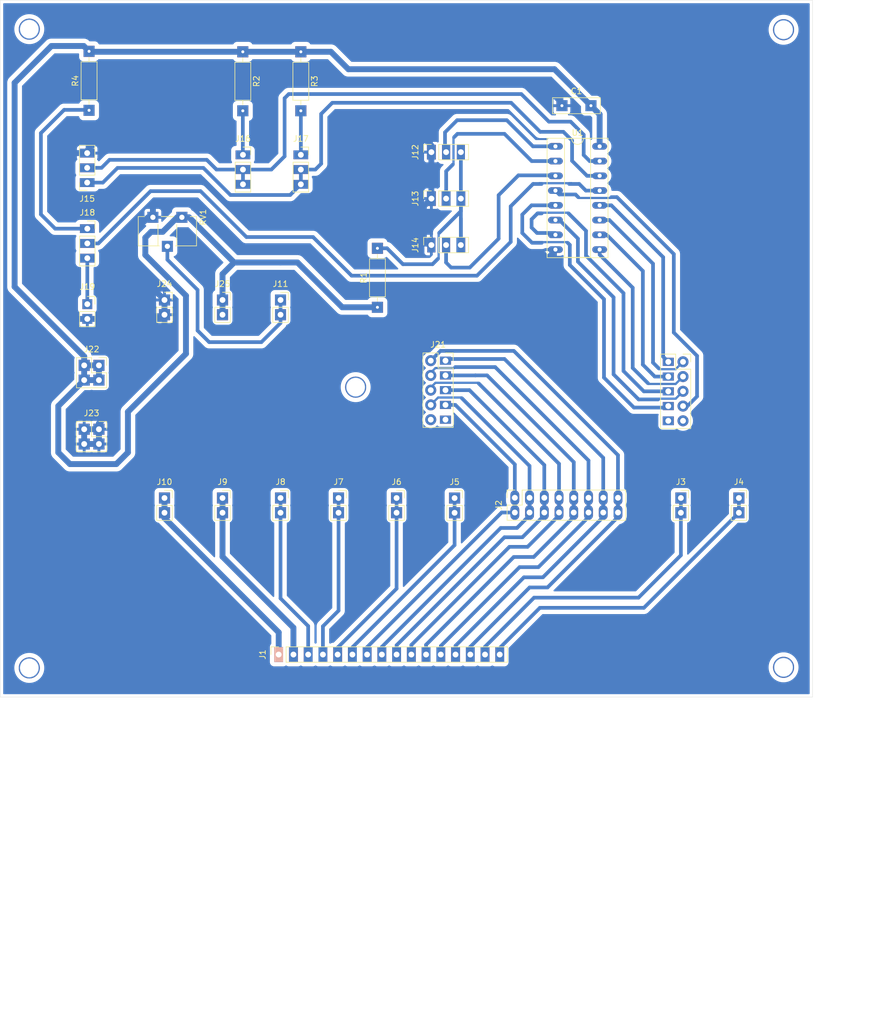
<source format=kicad_pcb>
(kicad_pcb (version 20240108) (generator "pcbnew") (generator_version "8.0")
  (layers (0 "F.Cu" signal) (31 "B.Cu" signal) (34 "B.Paste" user) (35 "F.Paste" user) (36 "B.SilkS" user "B.Silkscreen") (37 "F.SilkS" user "F.Silkscreen") (38 "B.Mask" user) (39 "F.Mask" user) (44 "Edge.Cuts" user))
  (net 0 "")
  (net 1 "GND")
  (net 2 "VCC")
  (net 3 "Net-(J1-Pin_1)")
  (net 4 "/PCF_CONN_BUS7")
  (net 5 "/PCF_CONN_BUS4")
  (net 6 "Net-(J1-Pin_15)")
  (net 7 "/PCF_CONN_BUS6")
  (net 8 "Net-(J1-Pin_5)")
  (net 9 "Net-(J1-Pin_3)")
  (net 10 "/PCF_CONN_BUS2")
  (net 11 "/PCF_CONN_BUS3")
  (net 12 "Net-(J1-Pin_6)")
  (net 13 "/PCF_CONN_BUS1")
  (net 14 "Net-(J1-Pin_4)")
  (net 15 "/PCF_CONN_BUS0")
  (net 16 "Net-(J1-Pin_16)")
  (net 17 "Net-(J1-Pin_2)")
  (net 18 "/PCF_CONN_BUS5")
  (net 19 "Net-(J11-Pin_1)")
  (net 20 "Net-(J12-Pin_2)")
  (net 21 "Net-(J12-Pin_3)")
  (net 22 "Net-(J13-Pin_2)")
  (net 23 "Net-(J14-Pin_2)")
  (net 24 "Net-(J15-Pin_2)")
  (net 25 "Net-(J15-Pin_1)")
  (net 26 "Net-(J16-Pin_1)")
  (net 27 "Net-(J17-Pin_1)")
  (net 28 "Net-(J18-Pin_2)")
  (net 29 "Net-(J18-Pin_1)")
  (net 31 "/PCF_SIGNAL_BUS3")
  (net 32 "/PCF_SIGNAL_BUS1")
  (net 33 "/PCF_SIGNAL_BUS5")
  (net 34 "/PCF_SIGNAL_BUS0")
  (net 35 "/PCF_SIGNAL_BUS6")
  (net 37 "/PCF_SIGNAL_BUS4")
  (net 38 "/PCF_SIGNAL_BUS7")
  (net 39 "/PCF_SIGNAL_BUS2")
  (footprint "Library:PinSocket_1x02_P2.54mm_Vertical_square" (layer "F.Cu") (at 60.3 64.74)
    (property "Reference" "J11")
    (property "Value" "PRV0")
  )
  (footprint "Connector_PinSocket_2.54mm:PinSocket_2x02_P2.54mm_Vertical" (layer "F.Cu") (at 29 87)
    (property "Reference" "J23")
    (property "Value" "GND")
  )
  (footprint "Library:R_Axial_DIN0207_L6.3mm_D2.5mm_P10.16mm_Horizontal_square" (layer "F.Cu") (at 27.3 32.08 90)
    (property "Reference" "R4")
    (property "Value" "10k")
  )
  (footprint "Library:PinSocket_1x02_P2.54mm_Vertical_square" (layer "F.Cu") (at 50.3 64.74)
    (property "Reference" "J25")
    (property "Value" "Vcc")
  )
  (footprint "Library:PinSocket_1x03_P2.54mm_Vertical" (layer "F.Cu") (at 86.3 47.28 90)
    (property "Reference" "J13")
    (property "Value" "A1")
  )
  (footprint "Capacitor_THT:C_Disc_D8.0mm_W2.5mm_P5.00mm" (layer "F.Cu") (at 108.8 31.28)
    (property "Reference" "C1")
    (property "Value" "47n")
  )
  (footprint "Library:PinSocket_1x02_P2.54mm_Vertical_square" (layer "F.Cu") (at 90.3 98.85)
    (property "Reference" "J5")
    (property "Value" "E")
  )
  (footprint "Connector_PinSocket_2.54mm:PinSocket_1x02_P2.54mm_Vertical" (layer "F.Cu") (at 27 65.46)
    (property "Reference" "J19")
    (property "Value" "INT")
  )
  (footprint "Connector_PinSocket_2.54mm:PinSocket_2x02_P2.54mm_Vertical" (layer "F.Cu") (at 29 76)
    (property "Reference" "J22")
    (property "Value" "Vcc")
  )
  (footprint "Library:PinSocket_1x03_P2.54mm_Vertical" (layer "F.Cu") (at 27 52.46)
    (property "Reference" "J18")
    (property "Value" "PULL UP")
  )
  (footprint "Library:PinSocket_2x05_P2.54mm_Vertical_LEZKA" (layer "F.Cu") (at 129.67 75.39)
    (property "Reference" "J20" (hide yes))
    (property "Value" "Conn_02x05_Counter_Clockwise" (hide yes))
  )
  (footprint "Library:R_Axial_DIN0207_L6.3mm_D2.5mm_P10.16mm_Horizontal_square" (layer "F.Cu") (at 53.8 22 -90)
    (property "Reference" "R2")
    (property "Value" "4,7k")
  )
  (footprint "Library:PinSocket_2x05_P2.54mm_Vertical_LEZKA" (layer "F.Cu") (at 88.73 75.19)
    (property "Reference" "J21")
    (property "Value" "Conn_02x05_Counter_Clockwise" (hide yes))
  )
  (footprint "Library:PinSocket_1x02_P2.54mm_Vertical_square" (layer "F.Cu") (at 50.3 98.84)
    (property "Reference" "J9")
    (property "Value" "Vdd")
  )
  (footprint "Library:PinSocket_1x03_P2.54mm_Vertical" (layer "F.Cu") (at 86.3 39.28 90)
    (property "Reference" "J12")
    (property "Value" "A0")
  )
  (footprint "Connector_PinSocket_2.54mm:PinSocket_1x16_P2.54mm_Vertical" (layer "F.Cu") (at 59.985 125.8 90)
    (property "Reference" "J1")
    (property "Value" "Złącze LCD")
  )
  (footprint "Package_DIP:DIP-16_W7.62mm_Socket_LongPads" (layer "F.Cu") (at 107.68 38.28)
    (property "Reference" "U1")
    (property "Value" "PCF8574")
  )
  (footprint "Library:PinSocket_1x02_P2.54mm_Vertical_square" (layer "F.Cu") (at 40.3 98.84)
    (property "Reference" "J10")
    (property "Value" "Vss")
  )
  (footprint "Library:PinSocket_1x03_P2.54mm_Vertical" (layer "F.Cu") (at 63.8 39.74)
    (property "Reference" "J17")
    (property "Value" "PULL UP")
  )
  (footprint "Library:PinSocket_1x03_P2.54mm_Vertical" (layer "F.Cu") (at 26.975 44.525 180)
    (property "Reference" "J15")
    (property "Value" "I2C")
  )
  (footprint "Library:PinSocket_1x02_P2.54mm_Vertical_square" (layer "F.Cu") (at 40.3 64.74)
    (property "Reference" "J24")
    (property "Value" "GND")
  )
  (footprint "Library:PinSocket_1x03_P2.54mm_Vertical" (layer "F.Cu") (at 86.295 55.28 90)
    (property "Reference" "J14")
    (property "Value" "A2")
  )
  (footprint "Library:PinSocket_1x02_P2.54mm_Vertical_square" (layer "F.Cu") (at 60.3 98.84)
    (property "Reference" "J8")
    (property "Value" "V0")
  )
  (footprint "Library:R_Axial_DIN0207_L6.3mm_D2.5mm_P10.16mm_Horizontal_square" (layer "F.Cu") (at 63.8 22 -90)
    (property "Reference" "R3")
    (property "Value" "4,7k")
  )
  (footprint "Library:R_Axial_DIN0207_L6.3mm_D2.5mm_P10.16mm_Horizontal_square" (layer "F.Cu") (at 77 66 90)
    (property "Reference" "R1")
    (property "Value" "10k")
  )
  (footprint "Library:PinSocket_1x03_P2.54mm_Vertical" (layer "F.Cu") (at 53.825 39.74)
    (property "Reference" "J16")
    (property "Value" "PULL UP")
  )
  (footprint "Connector_PinSocket_2.54mm:PinSocket_2x08_P2.54mm_Vertical" (layer "F.Cu") (at 100.68 98.8 90)
    (property "Reference" "J2")
    (property "Value" "Conn_02x08_Counter_Clockwise" (hide yes))
  )
  (footprint "Library:PinSocket_1x02_P2.54mm_Vertical_square" (layer "F.Cu") (at 70.3 98.84)
    (property "Reference" "J7")
    (property "Value" "RS")
  )
  (footprint "Library:PinSocket_1x02_P2.54mm_Vertical_square" (layer "F.Cu") (at 139.3 98.84)
    (property "Reference" "J4")
    (property "Value" "K")
  )
  (footprint "Library:PinSocket_1x02_P2.54mm_Vertical_square" (layer "F.Cu") (at 129.3 98.84)
    (property "Reference" "J3")
    (property "Value" "A")
  )
  (footprint "Potentiometer_THT:Potentiometer_ACP_CA9-H5_Horizontal" (layer "F.Cu") (at 43.3 50.5 -90)
    (property "Reference" "RV1")
    (property "Value" "10k")
  )
  (footprint "Library:PinSocket_1x02_P2.54mm_Vertical_square" (layer "F.Cu") (at 80.3 98.84)
    (property "Reference" "J6")
    (property "Value" "RW")
  )
  (gr_rect (start 12 13.13) (end 152 133.13) (stroke (width 0.05)) (fill none) (layer "Edge.Cuts"))
  (via (at 17 18.1) (size 3.635) (drill 3.2) (layers "F.Cu" "B.Cu") (net 0))
  (via (at 147 128) (size 3.635) (drill 3.2) (layers "F.Cu" "B.Cu") (net 0))
  (via (at 17 128.1) (size 3.635) (drill 3.2) (layers "F.Cu" "B.Cu") (net 0))
  (via (at 73.25 79.75) (size 3.635) (drill 3.2) (layers "F.Cu" "B.Cu") (net 0))
  (via (at 147 18.2) (size 3.635) (drill 3.2) (layers "F.Cu" "B.Cu") (net 0))
  (segment (start 29 87) (end 29 89.54) (width 1.016) (layer "B.Cu") (net 1))
  (segment (start 108.8 30.8) (end 108.8 31.28) (width 1.016) (layer "B.Cu") (net 1))
  (segment (start 17.4125 34.5875) (end 24.72 27.28) (width 1.016) (layer "B.Cu") (net 1))
  (segment (start 32 34) (end 32 31) (width 1.016) (layer "B.Cu") (net 1))
  (segment (start 86.3 38.15) (end 83.59 35.44) (width 1.016) (layer "B.Cu") (net 1))
  (segment (start 38.3 50.5) (end 38.3 48.7) (width 1.016) (layer "B.Cu") (net 1))
  (segment (start 32 31) (end 28.28 27.28) (width 1.016) (layer "B.Cu") (net 1))
  (segment (start 86.3 39.28) (end 86.3 38.15) (width 1.016) (layer "B.Cu") (net 1))
  (segment (start 46.765064 44) (end 33 44) (width 1.016) (layer "B.Cu") (net 1))
  (segment (start 39 48) (end 45.92 48) (width 1.016) (layer "B.Cu") (net 1))
  (segment (start 28 27.28) (end 105.28 27.28) (width 1.016) (layer "B.Cu") (net 1))
  (segment (start 40.3 67.28) (end 40.3 74.7) (width 1.016) (layer "B.Cu") (net 1))
  (segment (start 25.134 68) (end 24 66.866) (width 1.016) (layer "B.Cu") (net 1))
  (segment (start 105.28 27.28) (end 108.8 30.8) (width 1.016) (layer "B.Cu") (net 1))
  (segment (start 26.975 39.445) (end 26.975 39.025) (width 1.016) (layer "B.Cu") (net 1))
  (segment (start 54.645064 51.88) (end 46.765064 44) (width 1.016) (layer "B.Cu") (net 1))
  (segment (start 24.555 39.445) (end 26.975 39.445) (width 1.016) (layer "B.Cu") (net 1))
  (segment (start 101.776 62.1445) (end 107.68 56.2405) (width 1.016) (layer "B.Cu") (net 1))
  (segment (start 38.3 48.7) (end 39 48) (width 1.016) (layer "B.Cu") (net 1))
  (segment (start 85 48.58) (end 85 54.330468) (width 1.016) (layer "B.Cu") (net 1))
  (segment (start 85 54.330468) (end 85.949532 55.28) (width 1.016) (layer "B.Cu") (net 1))
  (segment (start 26.46 87) (end 26.46 89.54) (width 1.016) (layer "B.Cu") (net 1))
  (segment (start 26.46 89.54) (end 29 89.54) (width 1.016) (layer "B.Cu") (net 1))
  (segment (start 86.3 47.28) (end 86.3 39.28) (width 1.016) (layer "B.Cu") (net 1))
  (segment (start 24 59) (end 17.4125 52.4125) (width 1.016) (layer "B.Cu") (net 1))
  (segment (start 37.5 50.5) (end 35 53) (width 1.016) (layer "B.Cu") (net 1))
  (segment (start 39.58 68) (end 40.3 67.28) (width 1.016) (layer "B.Cu") (net 1))
  (segment (start 83.59 35.44) (end 77.28 35.44) (width 1.016) (layer "B.Cu") (net 1))
  (segment (start 27 68) (end 25.134 68) (width 1.016) (layer "B.Cu") (net 1))
  (segment (start 17.4125 52.4125) (end 17.4125 34.5875) (width 1.016) (layer "B.Cu") (net 1))
  (segment (start 24.72 27.28) (end 28 27.28) (width 1.016) (layer "B.Cu") (net 1))
  (segment (start 60.84 51.88) (end 54.645064 51.88) (width 1.016) (layer "B.Cu") (net 1))
  (segment (start 26.46 87) (end 29 87) (width 1.016) (layer "B.Cu") (net 1))
  (segment (start 26.975 39.025) (end 32 34) (width 1.016) (layer "B.Cu") (net 1))
  (segment (start 77.28 35.44) (end 60.84 51.88) (width 1.016) (layer "B.Cu") (net 1))
  (segment (start 29 48) (end 25 48) (width 1.016) (layer "B.Cu") (net 1))
  (segment (start 38.3 50.5) (end 37.5 50.5) (width 1.016) (layer "B.Cu") (net 1))
  (segment (start 28.28 27.28) (end 28 27.28) (width 1.016) (layer "B.Cu") (net 1))
  (segment (start 40.3 74.7) (end 29 86) (width 1.016) (layer "B.Cu") (net 1))
  (segment (start 25 48) (end 23 46) (width 1.016) (layer "B.Cu") (net 1))
  (segment (start 23 46) (end 23 41) (width 1.016) (layer "B.Cu") (net 1))
  (segment (start 29 86) (end 29 87) (width 1.016) (layer "B.Cu") (net 1))
  (segment (start 27 68) (end 39.58 68) (width 1.016) (layer "B.Cu") (net 1))
  (segment (start 33 44) (end 29 48) (width 1.016) (layer "B.Cu") (net 1))
  (segment (start 23 41) (end 24.555 39.445) (width 1.016) (layer "B.Cu") (net 1))
  (segment (start 35 59.44) (end 40.3 64.74) (width 1.016) (layer "B.Cu") (net 1))
  (segment (start 70.1445 62.1445) (end 101.776 62.1445) (width 1.016) (layer "B.Cu") (net 1))
  (segment (start 45.92 48) (end 53.86 55.94) (width 1.016) (layer "B.Cu") (net 1))
  (segment (start 86.3 47.28) (end 85 48.58) (width 1.016) (layer "B.Cu") (net 1))
  (segment (start 63.94 55.94) (end 70.1445 62.1445) (width 1.016) (layer "B.Cu") (net 1))
  (segment (start 53.86 55.94) (end 63.94 55.94) (width 1.016) (layer "B.Cu") (net 1))
  (segment (start 86.3 47.28) (end 86.3 47.255) (width 1.016) (layer "B.Cu") (net 1))
  (segment (start 35 53) (end 35 59.44) (width 1.016) (layer "B.Cu") (net 1))
  (segment (start 24 66.866) (end 24 59) (width 1.016) (layer "B.Cu") (net 1))
  (segment (start 40.3 64.74) (end 40.3 67.28) (width 1.016) (layer "B.Cu") (net 1))
  (segment (start 52.3 58.28) (end 52.8 58.28) (width 1.016) (layer "B.Cu") (net 2))
  (segment (start 26.46 76) (end 29 76) (width 1.016) (layer "B.Cu") (net 2))
  (segment (start 113.8 31.28) (end 107.52 25) (width 1.016) (layer "B.Cu") (net 2))
  (segment (start 29 76) (end 29 78.54) (width 1.016) (layer "B.Cu") (net 2))
  (segment (start 14.47 27.34) (end 14.47 62.47) (width 1.016) (layer "B.Cu") (net 2))
  (segment (start 70.94 66) (end 64.08 59.14) (width 1.016) (layer "B.Cu") (net 2))
  (segment (start 68.99 22) (end 27.38 22) (width 1.016) (layer "B.Cu") (net 2))
  (segment (start 77 66) (end 70.94 66) (width 1.016) (layer "B.Cu") (net 2))
  (segment (start 27.38 22) (end 27.3 21.92) (width 1.016) (layer "B.Cu") (net 2))
  (segment (start 22 91) (end 22 83) (width 1.016) (layer "B.Cu") (net 2))
  (segment (start 22 83) (end 26.46 78.54) (width 1.016) (layer "B.Cu") (net 2))
  (segment (start 63.22 58.28) (end 64.08 59.14) (width 1.016) (layer "B.Cu") (net 2))
  (segment (start 14.47 62.47) (end 26.46 74.46) (width 1.016) (layer "B.Cu") (net 2))
  (segment (start 20.81 21) (end 14.47 27.34) (width 1.016) (layer "B.Cu") (net 2))
  (segment (start 50.3 60.28) (end 52.3 58.28) (width 1.016) (layer "B.Cu") (net 2))
  (segment (start 26.46 78.54) (end 26.46 76) (width 1.016) (layer "B.Cu") (net 2))
  (segment (start 71.99 25) (end 68.99 22) (width 1.016) (layer "B.Cu") (net 2))
  (segment (start 42.5 50.5) (end 40 53) (width 1.016) (layer "B.Cu") (net 2))
  (segment (start 50.3 64.74) (end 50.3 60.28) (width 1.016) (layer "B.Cu") (net 2))
  (segment (start 50.3 67.28) (end 50.3 64.74) (width 1.016) (layer "B.Cu") (net 2))
  (segment (start 26.38 21) (end 20.81 21) (width 1.016) (layer "B.Cu") (net 2))
  (segment (start 32 93) (end 24 93) (width 1.016) (layer "B.Cu") (net 2))
  (segment (start 60.29 58.28) (end 63.22 58.28) (width 1.016) (layer "B.Cu") (net 2))
  (segment (start 26.46 78.54) (end 29 78.54) (width 1.016) (layer "B.Cu") (net 2))
  (segment (start 26.46 74.46) (end 26.46 76) (width 1.016) (layer "B.Cu") (net 2))
  (segment (start 43.3 50.5) (end 42.5 50.5) (width 1.016) (layer "B.Cu") (net 2))
  (segment (start 44 74) (end 34 84) (width 1.016) (layer "B.Cu") (net 2))
  (segment (start 40 53) (end 38 53) (width 1.016) (layer "B.Cu") (net 2))
  (segment (start 115.3 32.78) (end 113.8 31.28) (width 1.016) (layer "B.Cu") (net 2))
  (segment (start 37 56.995) (end 44 63.995) (width 1.016) (layer "B.Cu") (net 2))
  (segment (start 115.3 38.28) (end 115.3 32.78) (width 1.016) (layer "B.Cu") (net 2))
  (segment (start 107.52 25) (end 71.99 25) (width 1.016) (layer "B.Cu") (net 2))
  (segment (start 24 93) (end 22 91) (width 1.016) (layer "B.Cu") (net 2))
  (segment (start 27.3 21.92) (end 26.38 21) (width 1.016) (layer "B.Cu") (net 2))
  (segment (start 34 91) (end 32 93) (width 1.016) (layer "B.Cu") (net 2))
  (segment (start 34 84) (end 34 91) (width 1.016) (layer "B.Cu") (net 2))
  (segment (start 52.8 58.28) (end 60.29 58.28) (width 1.016) (layer "B.Cu") (net 2))
  (segment (start 44.52 50.5) (end 52.3 58.28) (width 1.016) (layer "B.Cu") (net 2))
  (segment (start 37 54) (end 37 56.995) (width 1.016) (layer "B.Cu") (net 2))
  (segment (start 43.3 50.5) (end 44.52 50.5) (width 1.016) (layer "B.Cu") (net 2))
  (segment (start 44 63.995) (end 44 74) (width 1.016) (layer "B.Cu") (net 2))
  (segment (start 38 53) (end 37 54) (width 1.016) (layer "B.Cu") (net 2))
  (segment (start 40.3 98.84) (end 40.3 101.38) (width 1.016) (layer "B.Cu") (net 3))
  (segment (start 40.3 102.3) (end 59.985 121.985) (width 1.016) (layer "B.Cu") (net 3))
  (segment (start 40.3 101.38) (end 40.3 102.3) (width 1.016) (layer "B.Cu") (net 3))
  (segment (start 59.985 121.985) (end 59.985 125.8) (width 1.016) (layer "B.Cu") (net 3))
  (segment (start 93.005 124.47) (end 93.005 125.8) (width 0.635) (layer "B.Cu") (net 4))
  (segment (start 118.46 102.102) (end 106.312 114.25) (width 0.635) (layer "B.Cu") (net 4))
  (segment (start 118.46 98.8) (end 118.46 91.46) (width 0.635) (layer "B.Cu") (net 4))
  (segment (start 118.46 91.46) (end 100.506 73.506) (width 0.635) (layer "B.Cu") (net 4))
  (segment (start 103.225 114.25) (end 93.005 124.47) (width 0.635) (layer "B.Cu") (net 4))
  (segment (start 106.312 114.25) (end 103.225 114.25) (width 0.635) (layer "B.Cu") (net 4))
  (segment (start 100.506 73.506) (end 87.874 73.506) (width 0.635) (layer "B.Cu") (net 4))
  (segment (start 118.46 101.34) (end 118.46 98.8) (width 0.635) (layer "B.Cu") (net 4))
  (segment (start 118.46 101.34) (end 118.46 102.102) (width 0.635) (layer "B.Cu") (net 4))
  (segment (start 87.874 73.506) (end 86.19 75.19) (width 0.635) (layer "B.Cu") (net 4))
  (segment (start 110.84 102.102) (end 103.942 109) (width 0.635) (layer "B.Cu") (net 5))
  (segment (start 93.894344 77.73) (end 93.896344 77.728) (width 0.635) (layer "B.Cu") (net 5))
  (segment (start 100.5 109) (end 85.385 124.115) (width 0.635) (layer "B.Cu") (net 5))
  (segment (start 110.84 92.665) (end 110.84 98.8) (width 0.635) (layer "B.Cu") (net 5))
  (segment (start 110.84 101.34) (end 110.84 98.8) (width 0.635) (layer "B.Cu") (net 5))
  (segment (start 88.73 77.73) (end 93.894344 77.73) (width 0.635) (layer "B.Cu") (net 5))
  (segment (start 85.385 124.115) (end 85.385 125.8) (width 0.635) (layer "B.Cu") (net 5))
  (segment (start 110.84 101.34) (end 110.84 102.102) (width 0.635) (layer "B.Cu") (net 5))
  (segment (start 93.896344 77.728) (end 95.903 77.728) (width 0.635) (layer "B.Cu") (net 5))
  (segment (start 95.903 77.728) (end 110.84 92.665) (width 0.635) (layer "B.Cu") (net 5))
  (segment (start 103.942 109) (end 100.5 109) (width 0.635) (layer "B.Cu") (net 5))
  (segment (start 129.3 101.38) (end 129.3 98.84) (width 0.635) (layer "B.Cu") (net 6))
  (segment (start 104 116) (end 95.545 124.455) (width 0.635) (layer "B.Cu") (net 6))
  (segment (start 129.3 101.38) (end 129.3 108.7) (width 0.635) (layer "B.Cu") (net 6))
  (segment (start 122 116) (end 104 116) (width 0.635) (layer "B.Cu") (net 6))
  (segment (start 129.3 108.7) (end 122 116) (width 0.635) (layer "B.Cu") (net 6))
  (segment (start 95.545 124.455) (end 95.545 125.8) (width 0.635) (layer "B.Cu") (net 6))
  (segment (start 102.25 112.5) (end 90.465 124.285) (width 0.635) (layer "B.Cu") (net 7))
  (segment (start 115.92 91.92) (end 115.92 98.8) (width 0.635) (layer "B.Cu") (net 7))
  (segment (start 89.017 74.903) (end 98.903 74.903) (width 0.635) (layer "B.Cu") (net 7))
  (segment (start 115.92 101.34) (end 115.92 102.102) (width 0.635) (layer "B.Cu") (net 7))
  (segment (start 88.73 75.19) (end 89.017 74.903) (width 0.635) (layer "B.Cu") (net 7))
  (segment (start 90.465 124.285) (end 90.465 125.8) (width 0.635) (layer "B.Cu") (net 7))
  (segment (start 115.92 102.102) (end 105.522 112.5) (width 0.635) (layer "B.Cu") (net 7))
  (segment (start 98.903 74.903) (end 115.92 91.92) (width 0.635) (layer "B.Cu") (net 7))
  (segment (start 105.522 112.5) (end 102.25 112.5) (width 0.635) (layer "B.Cu") (net 7))
  (segment (start 115.92 101.34) (end 115.92 98.8) (width 0.635) (layer "B.Cu") (net 7))
  (segment (start 80.3 101.38) (end 80.3 98.84) (width 0.635) (layer "B.Cu") (net 8))
  (segment (start 80.3 114.45) (end 70.145 124.605) (width 0.635) (layer "B.Cu") (net 8))
  (segment (start 80.3 101.38) (end 80.3 114.45) (width 0.635) (layer "B.Cu") (net 8))
  (segment (start 70.145 124.605) (end 70.145 125.8) (width 0.635) (layer "B.Cu") (net 8))
  (segment (start 60.3 98.84) (end 60.3 101.38) (width 0.635) (layer "B.Cu") (net 9))
  (segment (start 65.065 120.895) (end 65.065 125.8) (width 0.635) (layer "B.Cu") (net 9))
  (segment (start 60.3 116.13) (end 65.065 120.895) (width 0.635) (layer "B.Cu") (net 9))
  (segment (start 60.3 101.38) (end 60.3 116.13) (width 0.635) (layer "B.Cu") (net 9))
  (segment (start 88.73 80.27) (end 92.863586 80.27) (width 0.635) (layer "B.Cu") (net 10))
  (segment (start 80.305 124.195) (end 80.305 125.8) (width 0.635) (layer "B.Cu") (net 10))
  (segment (start 101.990367 105.603) (end 98.897 105.603) (width 0.635) (layer "B.Cu") (net 10))
  (segment (start 105.76 101.34) (end 105.76 98.8) (width 0.635) (layer "B.Cu") (net 10))
  (segment (start 105.76 93.166414) (end 105.76 98.8) (width 0.635) (layer "B.Cu") (net 10))
  (segment (start 105.76 101.34) (end 105.76 101.833367) (width 0.635) (layer "B.Cu") (net 10))
  (segment (start 98.897 105.603) (end 80.305 124.195) (width 0.635) (layer "B.Cu") (net 10))
  (segment (start 92.863586 80.27) (end 105.76 93.166414) (width 0.635) (layer "B.Cu") (net 10))
  (segment (start 105.76 101.833367) (end 101.990367 105.603) (width 0.635) (layer "B.Cu") (net 10))
  (segment (start 87 79) (end 86.19 79.81) (width 0.381) (layer "B.Cu") (net 11))
  (segment (start 82.845 124.155) (end 82.845 125.8) (width 0.635) (layer "B.Cu") (net 11))
  (segment (start 102.883367 107.25) (end 99.75 107.25) (width 0.635) (layer "B.Cu") (net 11))
  (segment (start 108.3 101.833367) (end 102.883367 107.25) (width 0.635) (layer "B.Cu") (net 11))
  (segment (start 99.75 107.25) (end 82.845 124.155) (width 0.635) (layer "B.Cu") (net 11))
  (segment (start 108.3 101.34) (end 108.3 101.833367) (width 0.635) (layer "B.Cu") (net 11))
  (segment (start 94.475 79.275) (end 94.475 79.125) (width 0.381) (layer "B.Cu") (net 11))
  (segment (start 94.475 79.125) (end 108.3 92.95) (width 0.635) (layer "B.Cu") (net 11))
  (segment (start 108.3 92.95) (end 108.3 98.8) (width 0.635) (layer "B.Cu") (net 11))
  (segment (start 94.35 79) (end 87 79) (width 0.381) (layer "B.Cu") (net 11))
  (segment (start 108.3 101.34) (end 108.3 98.8) (width 0.635) (layer "B.Cu") (net 11))
  (segment (start 94.475 79.125) (end 94.35 79) (width 0.381) (layer "B.Cu") (net 11))
  (segment (start 90.3 101.39) (end 90.3 106.95) (width 0.635) (layer "B.Cu") (net 12))
  (segment (start 72.685 124.565) (end 72.685 125.8) (width 0.635) (layer "B.Cu") (net 12))
  (segment (start 90.3 106.95) (end 72.685 124.565) (width 0.635) (layer "B.Cu") (net 12))
  (segment (start 90.3 101.39) (end 90.3 98.85) (width 0.635) (layer "B.Cu") (net 12))
  (segment (start 77.765 124.485) (end 77.765 125.8) (width 0.635) (layer "B.Cu") (net 13))
  (segment (start 103.22 101.34) (end 103.22 101.833367) (width 0.635) (layer "B.Cu") (net 13))
  (segment (start 91.44 81.54) (end 91.567 81.667) (width 0.381) (layer "B.Cu") (net 13))
  (segment (start 103.22 101.833367) (end 101.053367 104) (width 0.635) (layer "B.Cu") (net 13))
  (segment (start 103.22 93.32) (end 91.567 81.667) (width 0.635) (layer "B.Cu") (net 13))
  (segment (start 87.46 81.54) (end 91.44 81.54) (width 0.381) (layer "B.Cu") (net 13))
  (segment (start 103.22 101.34) (end 103.22 98.8) (width 0.635) (layer "B.Cu") (net 13))
  (segment (start 101.053367 104) (end 98.25 104) (width 0.635) (layer "B.Cu") (net 13))
  (segment (start 98.25 104) (end 77.765 124.485) (width 0.635) (layer "B.Cu") (net 13))
  (segment (start 86.19 82.81) (end 87.46 81.54) (width 0.381) (layer "B.Cu") (net 13))
  (segment (start 103.22 98.8) (end 103.22 93.32) (width 0.635) (layer "B.Cu") (net 13))
  (segment (start 67.605 120.935) (end 67.605 125.8) (width 0.635) (layer "B.Cu") (net 14))
  (segment (start 70.3 101.38) (end 70.3 118.24) (width 0.635) (layer "B.Cu") (net 14))
  (segment (start 70.3 118.24) (end 67.605 120.935) (width 0.635) (layer "B.Cu") (net 14))
  (segment (start 70.3 98.84) (end 70.3 101.38) (width 0.635) (layer "B.Cu") (net 14))
  (segment (start 100.68 101.34) (end 98.41 101.34) (width 0.635) (layer "B.Cu") (net 15))
  (segment (start 88.73 82.81) (end 90.435 82.81) (width 0.635) (layer "B.Cu") (net 15))
  (segment (start 90.435 82.81) (end 100.68 93.055) (width 0.635) (layer "B.Cu") (net 15))
  (segment (start 98.41 101.34) (end 75.225 124.525) (width 0.635) (layer "B.Cu") (net 15))
  (segment (start 100.68 101.34) (end 100.68 98.8) (width 0.635) (layer "B.Cu") (net 15))
  (segment (start 75.225 124.525) (end 75.225 125.8) (width 0.635) (layer "B.Cu") (net 15))
  (segment (start 100.68 93.055) (end 100.68 98.8) (width 0.635) (layer "B.Cu") (net 15))
  (segment (start 122.93 117.75) (end 139.3 101.38) (width 0.635) (layer "B.Cu") (net 16))
  (segment (start 98.085 124.665) (end 105 117.75) (width 0.635) (layer "B.Cu") (net 16))
  (segment (start 139.3 101.38) (end 139.3 98.84) (width 0.635) (layer "B.Cu") (net 16))
  (segment (start 98.085 125.8) (end 98.085 124.665) (width 0.635) (layer "B.Cu") (net 16))
  (segment (start 105 117.75) (end 122.93 117.75) (width 0.635) (layer "B.Cu") (net 16))
  (segment (start 62.525 121.175) (end 62.525 125.8) (width 1.016) (layer "B.Cu") (net 17))
  (segment (start 50.3 98.84) (end 50.3 101.38) (width 1.016) (layer "B.Cu") (net 17))
  (segment (start 50.3 108.95) (end 62.525 121.175) (width 1.016) (layer "B.Cu") (net 17))
  (segment (start 50.3 101.38) (end 50.3 108.95) (width 1.016) (layer "B.Cu") (net 17))
  (segment (start 90.406 76.3) (end 90.246 76.46) (width 0.381) (layer "B.Cu") (net 18))
  (segment (start 104.75 110.75) (end 101.5 110.75) (width 0.635) (layer "B.Cu") (net 18))
  (segment (start 90.373 76.333) (end 90.406 76.3) (width 0.381) (layer "B.Cu") (net 18))
  (segment (start 90.246 76.46) (end 87 76.46) (width 0.381) (layer "B.Cu") (net 18))
  (segment (start 97.3 76.3) (end 90.406 76.3) (width 0.635) (layer "B.Cu") (net 18))
  (segment (start 101.5 110.75) (end 87.925 124.325) (width 0.635) (layer "B.Cu") (net 18))
  (segment (start 87.925 124.325) (end 87.925 125.8) (width 0.635) (layer "B.Cu") (net 18))
  (segment (start 87 76.46) (end 86.19 77.27) (width 0.381) (layer "B.Cu") (net 18))
  (segment (start 113.38 101.34) (end 113.38 102.12) (width 0.635) (layer "B.Cu") (net 18))
  (segment (start 113.38 92.38) (end 97.3 76.3) (width 0.635) (layer "B.Cu") (net 18))
  (segment (start 86.19 77.27) (end 86.19 77.73) (width 0.381) (layer "B.Cu") (net 18))
  (segment (start 113.38 98.8) (end 113.38 92.38) (width 0.635) (layer "B.Cu") (net 18))
  (segment (start 113.38 101.34) (end 113.38 98.8) (width 0.635) (layer "B.Cu") (net 18))
  (segment (start 113.38 102.12) (end 104.75 110.75) (width 0.635) (layer "B.Cu") (net 18))
  (segment (start 60.3 64.74) (end 60.3 67.28) (width 0.635) (layer "B.Cu") (net 19))
  (segment (start 46 63) (end 46 70) (width 0.635) (layer "B.Cu") (net 19))
  (segment (start 48 72) (end 57 72) (width 0.635) (layer "B.Cu") (net 19))
  (segment (start 40.8 55.5) (end 40.8 57.8) (width 0.635) (layer "B.Cu") (net 19))
  (segment (start 57 72) (end 60.3 68.7) (width 0.635) (layer "B.Cu") (net 19))
  (segment (start 46 70) (end 48 72) (width 0.635) (layer "B.Cu") (net 19))
  (segment (start 60.3 68.7) (end 60.3 67.28) (width 0.635) (layer "B.Cu") (net 19))
  (segment (start 40.8 57.8) (end 46 63) (width 0.635) (layer "B.Cu") (net 19))
  (segment (start 90.74 33.78) (end 88.65 35.87) (width 0.635) (layer "B.Cu") (net 20))
  (segment (start 88.65 39.09) (end 88.84 39.28) (width 0.635) (layer "B.Cu") (net 20))
  (segment (start 103.8 38.28) (end 99.3 33.78) (width 0.635) (layer "B.Cu") (net 20))
  (segment (start 88.65 35.87) (end 88.65 39.09) (width 0.635) (layer "B.Cu") (net 20))
  (segment (start 99.3 33.78) (end 90.74 33.78) (width 0.635) (layer "B.Cu") (net 20))
  (segment (start 107.68 38.28) (end 103.8 38.28) (width 0.635) (layer "B.Cu") (net 20))
  (segment (start 87.65 53.18) (end 91.38 49.45) (width 0.635) (layer "B.Cu") (net 21))
  (segment (start 81.4 58.58) (end 78.66 55.84) (width 0.635) (layer "B.Cu") (net 21))
  (segment (start 91.38 39.28) (end 91.38 47.28) (width 0.635) (layer "B.Cu") (net 21))
  (segment (start 87.55 57.53) (end 87.438 57.642) (width 0.381) (layer "B.Cu") (net 21))
  (segment (start 87.55 53.28) (end 87.55 57.53) (width 0.381) (layer "B.Cu") (net 21))
  (segment (start 91.38 49.45) (end 91.38 47.28) (width 0.635) (layer "B.Cu") (net 21))
  (segment (start 86.5 58.58) (end 81.4 58.58) (width 0.635) (layer "B.Cu") (net 21))
  (segment (start 78.66 55.84) (end 77 55.84) (width 0.635) (layer "B.Cu") (net 21))
  (segment (start 87.438 57.642) (end 86.5 58.58) (width 0.635) (layer "B.Cu") (net 21))
  (segment (start 87.65 53.18) (end 87.55 53.28) (width 0.381) (layer "B.Cu") (net 21))
  (segment (start 91.375 50.705) (end 91.375 55.28) (width 0.635) (layer "B.Cu") (net 21))
  (segment (start 87.65 53.295) (end 87.65 53.18) (width 0.381) (layer "B.Cu") (net 21))
  (segment (start 91.38 55.275) (end 91.375 55.28) (width 0.635) (layer "B.Cu") (net 21))
  (segment (start 91.38 47.28) (end 91.38 55.275) (width 0.635) (layer "B.Cu") (net 21))
  (segment (start 90.11 41.303) (end 89.983 41.43) (width 0.381) (layer "B.Cu") (net 22))
  (segment (start 88.85 42.563) (end 88.85 47.27) (width 0.635) (layer "B.Cu") (net 22))
  (segment (start 89.983 41.43) (end 88.85 42.563) (width 0.635) (layer "B.Cu") (net 22))
  (segment (start 88.84 47.28) (end 88.84 47.091274) (width 0.635) (layer "B.Cu") (net 22))
  (segment (start 90.23 36.69) (end 90.11 36.81) (width 0.381) (layer "B.Cu") (net 22))
  (segment (start 90.79 36.13) (end 98.9 36.13) (width 0.635) (layer "B.Cu") (net 22))
  (segment (start 88.85 47.27) (end 88.84 47.28) (width 0.635) (layer "B.Cu") (net 22))
  (segment (start 90.23 36.69) (end 90.79 36.13) (width 0.635) (layer "B.Cu") (net 22))
  (segment (start 103.59 40.82) (end 107.68 40.82) (width 0.635) (layer "B.Cu") (net 22))
  (segment (start 98.9 36.13) (end 103.59 40.82) (width 0.635) (layer "B.Cu") (net 22))
  (segment (start 90.11 36.81) (end 90.11 41.303) (width 0.381) (layer "B.Cu") (net 22))
  (segment (start 97.89 46.69) (end 101.3 43.28) (width 0.635) (layer "B.Cu") (net 23))
  (segment (start 89.705 59.16) (end 92.91 59.16) (width 0.635) (layer "B.Cu") (net 23))
  (segment (start 101.3 43.28) (end 107.6 43.28) (width 0.635) (layer "B.Cu") (net 23))
  (segment (start 88.835 55.28) (end 88.835 58.29) (width 0.635) (layer "B.Cu") (net 23))
  (segment (start 88.835 58.29) (end 89.705 59.16) (width 0.635) (layer "B.Cu") (net 23))
  (segment (start 107.6 43.28) (end 107.68 43.36) (width 0.635) (layer "B.Cu") (net 23))
  (segment (start 97.89 54.18) (end 97.89 46.69) (width 0.635) (layer "B.Cu") (net 23))
  (segment (start 92.91 59.16) (end 97.89 54.18) (width 0.635) (layer "B.Cu") (net 23))
  (segment (start 106.55 34.03) (end 110.3 34.03) (width 0.635) (layer "B.Cu") (net 24))
  (segment (start 29.444344 41.985) (end 26.975 41.985) (width 0.635) (layer "B.Cu") (net 24))
  (segment (start 47.588784 40.603) (end 30.826344 40.603) (width 0.635) (layer "B.Cu") (net 24))
  (segment (start 49.265784 42.28) (end 47.588784 40.603) (width 0.635) (layer "B.Cu") (net 24))
  (segment (start 30.826344 40.603) (end 29.444344 41.985) (width 0.635) (layer "B.Cu") (net 24))
  (segment (start 61.72 29.28) (end 101.8 29.28) (width 0.635) (layer "B.Cu") (net 24))
  (segment (start 112.55 39.78) (end 113.59 40.82) (width 0.635) (layer "B.Cu") (net 24))
  (segment (start 53.825 42.28) (end 53.825 44.82) (width 0.635) (layer "B.Cu") (net 24))
  (segment (start 112.55 36.28) (end 112.55 39.78) (width 0.635) (layer "B.Cu") (net 24))
  (segment (start 58.72 42.28) (end 61 40) (width 0.635) (layer "B.Cu") (net 24))
  (segment (start 53.825 42.28) (end 49.265784 42.28) (width 0.635) (layer "B.Cu") (net 24))
  (segment (start 53.825 42.28) (end 58.72 42.28) (width 0.635) (layer "B.Cu") (net 24))
  (segment (start 110.3 34.03) (end 112.55 36.28) (width 0.635) (layer "B.Cu") (net 24))
  (segment (start 101.8 29.28) (end 106.55 34.03) (width 0.635) (layer "B.Cu") (net 24))
  (segment (start 113.59 40.82) (end 115.3 40.82) (width 0.635) (layer "B.Cu") (net 24))
  (segment (start 61 40) (end 61 30) (width 0.635) (layer "B.Cu") (net 24))
  (segment (start 61 30) (end 61.72 29.28) (width 0.635) (layer "B.Cu") (net 24))
  (segment (start 32.2025 42) (end 29.6775 44.525) (width 0.635) (layer "B.Cu") (net 25))
  (segment (start 110.55 37.28) (end 109.05 35.78) (width 0.635) (layer "B.Cu") (net 25))
  (segment (start 67.3 41.28) (end 66.3 42.28) (width 0.635) (layer "B.Cu") (net 25))
  (segment (start 63.8 42.28) (end 63.8 44.82) (width 0.635) (layer "B.Cu") (net 25))
  (segment (start 66.3 42.28) (end 63.8 42.28) (width 0.635) (layer "B.Cu") (net 25))
  (segment (start 63.8 44.82) (end 61.9585 46.6615) (width 0.635) (layer "B.Cu") (net 25))
  (segment (start 47.010128 42) (end 32.2025 42) (width 0.635) (layer "B.Cu") (net 25))
  (segment (start 51.671628 46.6615) (end 47.010128 42) (width 0.635) (layer "B.Cu") (net 25))
  (segment (start 109.05 35.78) (end 105.05 35.78) (width 0.635) (layer "B.Cu") (net 25))
  (segment (start 29.6775 44.525) (end 26.975 44.525) (width 0.635) (layer "B.Cu") (net 25))
  (segment (start 67.3 32.7) (end 67.3 41.28) (width 0.635) (layer "B.Cu") (net 25))
  (segment (start 105.05 35.78) (end 100.05 30.78) (width 0.635) (layer "B.Cu") (net 25))
  (segment (start 69.22 30.78) (end 67.3 32.7) (width 0.635) (layer "B.Cu") (net 25))
  (segment (start 115.3 43.36) (end 113.13 43.36) (width 0.635) (layer "B.Cu") (net 25))
  (segment (start 113.13 43.36) (end 110.55 40.78) (width 0.635) (layer "B.Cu") (net 25))
  (segment (start 100.05 30.78) (end 69.22 30.78) (width 0.635) (layer "B.Cu") (net 25))
  (segment (start 61.9585 46.6615) (end 51.671628 46.6615) (width 0.635) (layer "B.Cu") (net 25))
  (segment (start 110.55 40.78) (end 110.55 37.28) (width 0.635) (layer "B.Cu") (net 25))
  (segment (start 53.8 39.715) (end 53.8 32.16) (width 0.635) (layer "B.Cu") (net 26))
  (segment (start 53.825 39.74) (end 53.8 39.715) (width 0.635) (layer "B.Cu") (net 26))
  (segment (start 63.8 39.74) (end 63.8 32.16) (width 0.635) (layer "B.Cu") (net 27))
  (segment (start 112.92 45.9) (end 115.3 45.9) (width 0.635) (layer "B.Cu") (net 28))
  (segment (start 28.905 55) (end 37.905 46) (width 0.635) (layer "B.Cu") (net 28))
  (segment (start 65.9 53.9) (end 72.557 60.557) (width 0.635) (layer "B.Cu") (net 28))
  (segment (start 27 55) (end 28.905 55) (width 0.635) (layer "B.Cu") (net 28))
  (segment (start 54.42 53.9) (end 65.9 53.9) (width 0.635) (layer "B.Cu") (net 28))
  (segment (start 37.905 46) (end 46.52 46) (width 0.635) (layer "B.Cu") (net 28))
  (segment (start 111.777 44.757) (end 112.92 45.9) (width 0.635) (layer "B.Cu") (net 28))
  (segment (start 99.97 54.74) (end 99.97 48.61) (width 0.635) (layer "B.Cu") (net 28))
  (segment (start 103.823 44.757) (end 105.3 44.757) (width 0.635) (layer "B.Cu") (net 28))
  (segment (start 110.55 44.757) (end 110.423 44.63) (width 0.381) (layer "B.Cu") (net 28))
  (segment (start 104.927 44.63) (end 104.8 44.757) (width 0.381) (layer "B.Cu") (net 28))
  (segment (start 110.423 44.63) (end 104.927 44.63) (width 0.381) (layer "B.Cu") (net 28))
  (segment (start 99.97 48.61) (end 103.823 44.757) (width 0.635) (layer "B.Cu") (net 28))
  (segment (start 94.153 60.557) (end 99.97 54.74) (width 0.635) (layer "B.Cu") (net 28))
  (segment (start 110.05 44.757) (end 111.777 44.757) (width 0.635) (layer "B.Cu") (net 28))
  (segment (start 46.52 46) (end 54.42 53.9) (width 0.635) (layer "B.Cu") (net 28))
  (segment (start 27 57.54) (end 27 65.46) (width 0.635) (layer "B.Cu") (net 28))
  (segment (start 72.557 60.557) (end 94.153 60.557) (width 0.635) (layer "B.Cu") (net 28))
  (segment (start 19 36) (end 19 50) (width 0.635) (layer "B.Cu") (net 29))
  (segment (start 23 32) (end 19 36) (width 0.635) (layer "B.Cu") (net 29))
  (segment (start 21.46 52.46) (end 27 52.46) (width 0.635) (layer "B.Cu") (net 29))
  (segment (start 27.3 32.08) (end 27.22 32) (width 0.635) (layer "B.Cu") (net 29))
  (segment (start 27.22 32) (end 23 32) (width 0.635) (layer "B.Cu") (net 29))
  (segment (start 19 50) (end 21.46 52.46) (width 0.635) (layer "B.Cu") (net 29))
  (segment (start 105.3 49.837) (end 104.583 49.837) (width 0.635) (layer "B.Cu") (net 31))
  (segment (start 112.9505 57.1005) (end 112.9505 52.8305) (width 0.635) (layer "B.Cu") (net 31))
  (segment (start 104.583 49.837) (end 103.57 50.85) (width 0.635) (layer "B.Cu") (net 31))
  (segment (start 103.57 50.85) (end 103.57 52.26) (width 0.635) (layer "B.Cu") (net 31))
  (segment (start 103.57 52.26) (end 104.5125 53.2025) (width 0.635) (layer "B.Cu") (net 31))
  (segment (start 119.41 76.97) (end 119.41 63.56) (width 0.635) (layer "B.Cu") (net 31))
  (segment (start 104.71 49.71) (end 104.583 49.837) (width 0.381) (layer "B.Cu") (net 31))
  (segment (start 104.5125 53.2025) (end 107.68 53.2025) (width 0.635) (layer "B.Cu") (net 31))
  (segment (start 119.41 63.56) (end 112.9505 57.1005) (width 0.635) (layer "B.Cu") (net 31))
  (segment (start 112.9505 52.8305) (end 109.95 49.83) (width 0.635) (layer "B.Cu") (net 31))
  (segment (start 122.91 80.47) (end 119.41 76.97) (width 0.635) (layer "B.Cu") (net 31))
  (segment (start 109.95 49.83) (end 109.83 49.71) (width 0.381) (layer "B.Cu") (net 31))
  (segment (start 109.83 49.71) (end 104.71 49.71) (width 0.381) (layer "B.Cu") (net 31))
  (segment (start 127.13 80.47) (end 122.91 80.47) (width 0.635) (layer "B.Cu") (net 31))
  (segment (start 109.806974 54.903026) (end 110.1565 55.252552) (width 0.635) (layer "B.Cu") (net 32))
  (segment (start 101.97 53.21) (end 101.97 50.04) (width 0.635) (layer "B.Cu") (net 32))
  (segment (start 103.57 48.44) (end 107.68 48.44) (width 0.635) (layer "B.Cu") (net 32))
  (segment (start 126.876 83.264) (end 127.13 83.01) (width 0.635) (layer "B.Cu") (net 32))
  (segment (start 109.806974 54.903026) (end 109.913948 55.01) (width 0.381) (layer "B.Cu") (net 32))
  (segment (start 105.32 54.89) (end 103.65 54.89) (width 0.635) (layer "B.Cu") (net 32))
  (segment (start 101.97 50.04) (end 103.57 48.44) (width 0.635) (layer "B.Cu") (net 32))
  (segment (start 110.1565 55.252552) (end 110.1565 58.712156) (width 0.635) (layer "B.Cu") (net 32))
  (segment (start 109.913948 55.01) (end 109.92 55.01) (width 0.381) (layer "B.Cu") (net 32))
  (segment (start 103.65 54.89) (end 101.97 53.21) (width 0.635) (layer "B.Cu") (net 32))
  (segment (start 105.43 54.78) (end 109.683948 54.78) (width 0.381) (layer "B.Cu") (net 32))
  (segment (start 116.05 78.11) (end 121.204 83.264) (width 0.635) (layer "B.Cu") (net 32))
  (segment (start 105.32 54.89) (end 105.43 54.78) (width 0.381) (layer "B.Cu") (net 32))
  (segment (start 127.13 83.01) (end 127.033 83.107) (width 0.635) (layer "B.Cu") (net 32))
  (segment (start 121.204 83.264) (end 126.876 83.264) (width 0.635) (layer "B.Cu") (net 32))
  (segment (start 109.683948 54.78) (end 109.806974 54.903026) (width 0.381) (layer "B.Cu") (net 32))
  (segment (start 116.05 64.605656) (end 116.05 78.11) (width 0.635) (layer "B.Cu") (net 32))
  (segment (start 110.1565 58.712156) (end 116.05 64.605656) (width 0.635) (layer "B.Cu") (net 32))
  (segment (start 115.3 53.52) (end 116.52 53.52) (width 0.635) (layer "B.Cu") (net 33))
  (segment (start 122.75 59.75) (end 122.75 75.877828) (width 0.635) (layer "B.Cu") (net 33))
  (segment (start 116.52 53.52) (end 122.75 59.75) (width 0.635) (layer "B.Cu") (net 33))
  (segment (start 122.75 75.877828) (end 124.802172 77.93) (width 0.635) (layer "B.Cu") (net 33))
  (segment (start 124.802172 77.93) (end 127.13 77.93) (width 0.635) (layer "B.Cu") (net 33))
  (segment (start 128.08 56.83) (end 128.08 70.35) (width 0.635) (layer "B.Cu") (net 34))
  (segment (start 111.74 47.17) (end 117.178688 47.17) (width 0.381) (layer "B.Cu") (net 34))
  (segment (start 128.08 70.35) (end 132.09 74.36) (width 0.635) (layer "B.Cu") (net 34))
  (segment (start 108.35 46.57) (end 111.14 46.57) (width 0.635) (layer "B.Cu") (net 34))
  (segment (start 118.28 47.03) (end 128.08 56.83) (width 0.635) (layer "B.Cu") (net 34))
  (segment (start 132.09 81.35) (end 130.43 83.01) (width 0.635) (layer "B.Cu") (net 34))
  (segment (start 132.09 74.36) (end 132.09 81.35) (width 0.635) (layer "B.Cu") (net 34))
  (segment (start 117.318688 47.03) (end 118.28 47.03) (width 0.635) (layer "B.Cu") (net 34))
  (segment (start 111.14 46.57) (end 111.615 47.045) (width 0.635) (layer "B.Cu") (net 34))
  (segment (start 130.43 83.01) (end 129.67 83.01) (width 0.635) (layer "B.Cu") (net 34))
  (segment (start 107.68 45.9) (end 108.35 46.57) (width 0.635) (layer "B.Cu") (net 34))
  (segment (start 111.29 46.72) (end 111.74 47.17) (width 0.381) (layer "B.Cu") (net 34))
  (segment (start 117.178688 47.17) (end 117.318688 47.03) (width 0.381) (layer "B.Cu") (net 34))
  (segment (start 107.68 45.9) (end 107.68 46.027) (width 0.381) (layer "B.Cu") (net 34))
  (segment (start 124.5 58.5) (end 124.5 75.53) (width 0.635) (layer "B.Cu") (net 35))
  (segment (start 115.3 50.98) (end 116.98 50.98) (width 0.635) (layer "B.Cu") (net 35))
  (segment (start 125.63 76.66) (end 128.4 76.66) (width 0.381) (layer "B.Cu") (net 35))
  (segment (start 124.5 75.53) (end 125.503 76.533) (width 0.635) (layer "B.Cu") (net 35))
  (segment (start 128.4 76.66) (end 129.67 75.39) (width 0.381) (layer "B.Cu") (net 35))
  (segment (start 116.98 50.98) (end 124.5 58.5) (width 0.635) (layer "B.Cu") (net 35))
  (segment (start 128.4 79.2) (end 123.75 79.2) (width 0.381) (layer "B.Cu") (net 37))
  (segment (start 115.3 56.93) (end 115.3 56.06) (width 0.635) (layer "B.Cu") (net 37))
  (segment (start 128.4 79.2) (end 129.67 77.93) (width 0.381) (layer "B.Cu") (net 37))
  (segment (start 121 62.63) (end 115.3 56.93) (width 0.635) (layer "B.Cu") (net 37))
  (segment (start 129.67 77.93) (end 129.055656 77.93) (width 0.381) (layer "B.Cu") (net 37))
  (segment (start 123.623 79.073) (end 121 76.45) (width 0.635) (layer "B.Cu") (net 37))
  (segment (start 121 76.45) (end 121 62.63) (width 0.635) (layer "B.Cu") (net 37))
  (segment (start 127.13 75.39) (end 126.25 74.51) (width 0.635) (layer "B.Cu") (net 38))
  (segment (start 126.25 57.375) (end 117.315 48.44) (width 0.635) (layer "B.Cu") (net 38))
  (segment (start 126.25 74.51) (end 126.25 57.375) (width 0.635) (layer "B.Cu") (net 38))
  (segment (start 117.315 48.44) (end 115.3 48.44) (width 0.635) (layer "B.Cu") (net 38))
  (segment (start 125.375656 81.74) (end 128.4 81.74) (width 0.381) (layer "B.Cu") (net 39))
  (segment (start 117.7 64.28) (end 111.5535 58.1335) (width 0.635) (layer "B.Cu") (net 39))
  (segment (start 128.4 81.74) (end 129.67 80.47) (width 0.381) (layer "B.Cu") (net 39))
  (segment (start 108.37 50.98) (end 107.68 50.98) (width 0.381) (layer "B.Cu") (net 39))
  (segment (start 111.5535 54.1635) (end 108.37 50.98) (width 0.635) (layer "B.Cu") (net 39))
  (segment (start 111.5535 58.1335) (end 111.5535 54.1635) (width 0.635) (layer "B.Cu") (net 39))
  (segment (start 125.375656 81.867) (end 122.017 81.867) (width 0.635) (layer "B.Cu") (net 39))
  (segment (start 128.955656 80.47) (end 129.67 80.47) (width 0.381) (layer "B.Cu") (net 39))
  (segment (start 122.017 81.867) (end 117.7 77.55) (width 0.635) (layer "B.Cu") (net 39))
  (segment (start 117.7 77.55) (end 117.7 64.28) (width 0.635) (layer "B.Cu") (net 39))
  (zone (net 1) (net_name "GND") (layer "B.Cu") (connect_pads (clearance 0.5)) (min_thickness 0.25) (fill yes (thermal_gap 0.5) (thermal_bridge_width 0.5))
    (polygon (pts (xy 152 13.13) (xy 151.99 133.13) (xy 12 133.12) (xy 12.01 13.13)))
  )
)
</source>
